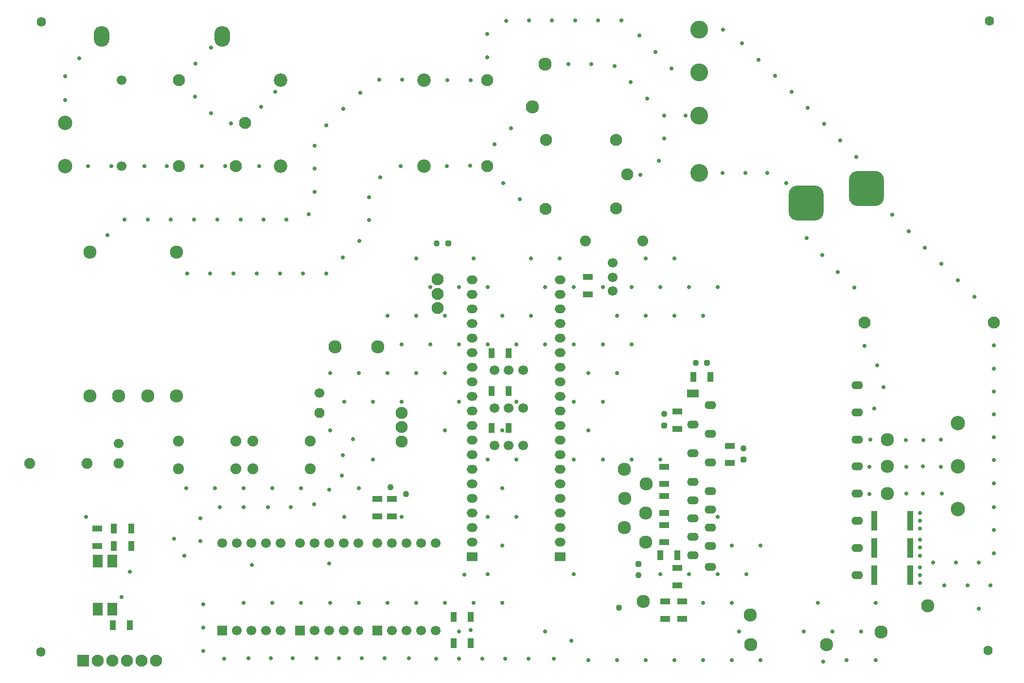
<source format=gbs>
G04*
G04 #@! TF.GenerationSoftware,Altium Limited,Altium Designer,21.2.0 (30)*
G04*
G04 Layer_Color=16711935*
%FSAX44Y44*%
%MOMM*%
G71*
G04*
G04 #@! TF.SameCoordinates,F656A266-89EA-4B56-B237-F6EBBDAECB67*
G04*
G04*
G04 #@! TF.FilePolarity,Negative*
G04*
G01*
G75*
%ADD18R,1.7000X1.1000*%
%ADD19R,1.1000X1.7000*%
%ADD21R,1.7000X2.3000*%
%ADD22C,2.1000*%
%ADD23O,2.0000X1.4000*%
%ADD24R,2.0000X1.4000*%
%ADD25C,1.7000*%
%ADD26C,3.1000*%
%ADD27C,1.9000*%
%ADD28C,1.1000*%
%ADD29P,1.1906X8X202.5*%
%ADD30O,1.8780X1.5000*%
%ADD31R,1.8780X1.5000*%
%ADD32C,2.3000*%
%ADD33P,1.1906X8X292.5*%
G04:AMPARAMS|DCode=34|XSize=6.1mm|YSize=6.1mm|CornerRadius=1.55mm|HoleSize=0mm|Usage=FLASHONLY|Rotation=0.000|XOffset=0mm|YOffset=0mm|HoleType=Round|Shape=RoundedRectangle|*
%AMROUNDEDRECTD34*
21,1,6.1000,3.0000,0,0,0.0*
21,1,3.0000,6.1000,0,0,0.0*
1,1,3.1000,1.5000,-1.5000*
1,1,3.1000,-1.5000,-1.5000*
1,1,3.1000,-1.5000,1.5000*
1,1,3.1000,1.5000,1.5000*
%
%ADD34ROUNDEDRECTD34*%
%ADD35C,2.3500*%
%ADD36R,1.7000X1.7000*%
%ADD37R,2.1000X2.1000*%
%ADD38P,1.8401X8X112.5*%
%ADD39C,2.5000*%
%ADD40O,2.7000X3.6000*%
%ADD41O,1.6000X1.7000*%
%ADD42C,0.7000*%
%ADD73R,1.1000X3.4000*%
D18*
X01155250Y01680750D02*
D03*
Y01710750D02*
D03*
X00999500Y02217750D02*
D03*
Y02187750D02*
D03*
X00632700Y01800750D02*
D03*
Y01830750D02*
D03*
X00145000Y01779000D02*
D03*
Y01749000D02*
D03*
X01246750Y01893500D02*
D03*
Y01923500D02*
D03*
X01155250Y01953250D02*
D03*
Y01983250D02*
D03*
X01132500Y01887200D02*
D03*
Y01857200D02*
D03*
Y01836400D02*
D03*
Y01806400D02*
D03*
Y01785600D02*
D03*
Y01755600D02*
D03*
X01163000Y01652250D02*
D03*
Y01622250D02*
D03*
X01134000Y01652250D02*
D03*
Y01622250D02*
D03*
X00658100Y01830750D02*
D03*
Y01800750D02*
D03*
D19*
X01182500Y02043500D02*
D03*
X01212500D02*
D03*
X01125250Y01732750D02*
D03*
X01155250D02*
D03*
X00765500Y01579750D02*
D03*
X00795500D02*
D03*
X00765500Y01625499D02*
D03*
X00795500D02*
D03*
X00861500Y01954250D02*
D03*
X00831500D02*
D03*
X00861500Y02019250D02*
D03*
X00831500D02*
D03*
Y02085250D02*
D03*
X00861500D02*
D03*
X00204000Y01749000D02*
D03*
X00174000D02*
D03*
X00202000Y01611000D02*
D03*
X00172000D02*
D03*
X00204000Y01779000D02*
D03*
X00174000D02*
D03*
D21*
X00145300Y01723000D02*
D03*
X00170700D02*
D03*
X00145300Y01639000D02*
D03*
X00170700D02*
D03*
D22*
X00925750Y02336500D02*
D03*
X00926750Y02457000D02*
D03*
X01048000Y02337000D02*
D03*
X01068000Y02397000D02*
D03*
X01048250Y02457000D02*
D03*
X00737500Y02213750D02*
D03*
Y02163750D02*
D03*
Y02188750D02*
D03*
X01706000Y02138000D02*
D03*
X01481000D02*
D03*
X00287250Y02411000D02*
D03*
Y02561000D02*
D03*
X00402000Y02486000D02*
D03*
X00386000Y02411000D02*
D03*
X00675000Y01981000D02*
D03*
Y01956000D02*
D03*
Y01931000D02*
D03*
X00146000Y01549000D02*
D03*
X00247600D02*
D03*
X00171400D02*
D03*
X00196800D02*
D03*
X00222200D02*
D03*
X00824000Y02561000D02*
D03*
Y02411000D02*
D03*
D23*
X01182250Y01960750D02*
D03*
X01212250Y01894750D02*
D03*
X01182250Y01910750D02*
D03*
Y01732750D02*
D03*
Y01860750D02*
D03*
Y01828750D02*
D03*
Y01796750D02*
D03*
Y01764750D02*
D03*
X01468250Y01887400D02*
D03*
Y01840100D02*
D03*
Y01934700D02*
D03*
Y01982000D02*
D03*
Y02029300D02*
D03*
Y01792800D02*
D03*
Y01745500D02*
D03*
Y01698200D02*
D03*
X01212250Y01944750D02*
D03*
Y01712750D02*
D03*
Y01748750D02*
D03*
Y01780750D02*
D03*
Y01812750D02*
D03*
Y01844750D02*
D03*
Y01994750D02*
D03*
D24*
X01182250Y02014750D02*
D03*
D25*
X00886250Y02055250D02*
D03*
X00837000D02*
D03*
X00861500D02*
D03*
X01042750Y02217500D02*
D03*
Y02193000D02*
D03*
Y02242250D02*
D03*
X00886250Y01924000D02*
D03*
X00837000D02*
D03*
X00861500D02*
D03*
X00886250Y01989250D02*
D03*
X00837000D02*
D03*
X00861500D02*
D03*
X00187250Y02411000D02*
D03*
Y02561000D02*
D03*
X00734300Y01753900D02*
D03*
X00708900D02*
D03*
X00683500D02*
D03*
X00658100D02*
D03*
X00632700D02*
D03*
X00734300Y01601500D02*
D03*
X00708900D02*
D03*
X00683500D02*
D03*
X00658100D02*
D03*
X00523100D02*
D03*
X00548500D02*
D03*
X00573900D02*
D03*
X00599300D02*
D03*
X00497700Y01753900D02*
D03*
X00523100D02*
D03*
X00548500D02*
D03*
X00573900D02*
D03*
X00599300D02*
D03*
X00388100Y01601500D02*
D03*
X00413500D02*
D03*
X00438900D02*
D03*
X00464300D02*
D03*
X00362700Y01753900D02*
D03*
X00388100D02*
D03*
X00413500D02*
D03*
X00438900D02*
D03*
X00464300D02*
D03*
X00182500Y01927500D02*
D03*
X00532000Y02016000D02*
D03*
D26*
X01193250Y02574000D02*
D03*
Y02399000D02*
D03*
Y02649000D02*
D03*
Y02499000D02*
D03*
D27*
X00386250Y01932000D02*
D03*
X00286250D02*
D03*
X00416000Y01932004D02*
D03*
X00516000D02*
D03*
X00386250Y01883250D02*
D03*
X00286250D02*
D03*
X00416000Y01883246D02*
D03*
X00516000D02*
D03*
X01094750Y02280250D02*
D03*
X00994750D02*
D03*
X00127500Y01892500D02*
D03*
X00027500D02*
D03*
D28*
X00736000Y02276500D02*
D03*
X01087500Y01697750D02*
D03*
X01186750Y02067750D02*
D03*
X01132250Y01979000D02*
D03*
X01269750Y01919250D02*
D03*
X00682748Y01839752D02*
D03*
X00655750Y01851000D02*
D03*
X01053500Y01641500D02*
D03*
D29*
X00756000Y02276500D02*
D03*
X01206750Y02067750D02*
D03*
D30*
X00798000Y01958950D02*
D03*
Y01933550D02*
D03*
Y01908150D02*
D03*
Y01882750D02*
D03*
Y01857350D02*
D03*
Y01831950D02*
D03*
Y01806550D02*
D03*
Y01781150D02*
D03*
Y01755750D02*
D03*
Y01984350D02*
D03*
Y02009750D02*
D03*
Y02035150D02*
D03*
Y02060550D02*
D03*
Y02085950D02*
D03*
Y02111350D02*
D03*
Y02136750D02*
D03*
Y02162150D02*
D03*
Y02187550D02*
D03*
Y02212950D02*
D03*
X00950500Y02212800D02*
D03*
Y02187400D02*
D03*
Y02162000D02*
D03*
Y02136600D02*
D03*
Y02111200D02*
D03*
Y02085800D02*
D03*
Y02060400D02*
D03*
Y02035000D02*
D03*
Y02009600D02*
D03*
Y01984200D02*
D03*
Y01755600D02*
D03*
Y01781000D02*
D03*
Y01806400D02*
D03*
Y01831800D02*
D03*
Y01857200D02*
D03*
Y01882600D02*
D03*
Y01908000D02*
D03*
Y01933400D02*
D03*
Y01958800D02*
D03*
D31*
X00798000Y01730350D02*
D03*
X00950500Y01730200D02*
D03*
D32*
X01414750Y01576750D02*
D03*
X01282500D02*
D03*
X01282250Y01628750D02*
D03*
X01100000Y01755600D02*
D03*
X01101000Y01857200D02*
D03*
X00182500Y02010750D02*
D03*
X00132500D02*
D03*
X00232500D02*
D03*
X00282500D02*
D03*
X00132500Y02260750D02*
D03*
X00282500D02*
D03*
X00902250Y02514500D02*
D03*
X00924250Y02588500D02*
D03*
X00633750Y02095750D02*
D03*
X01063500Y01831675D02*
D03*
X01062750Y01781000D02*
D03*
X01062250Y01882600D02*
D03*
X01100000Y01806400D02*
D03*
X00558500Y02096250D02*
D03*
X01521000Y01887400D02*
D03*
Y01840100D02*
D03*
Y01934575D02*
D03*
X01095500Y01652250D02*
D03*
X01509500Y01598750D02*
D03*
X01591000Y01644750D02*
D03*
D33*
X01087500Y01717750D02*
D03*
X01132250Y01959000D02*
D03*
X01269750Y01899250D02*
D03*
D34*
X01379250Y02346750D02*
D03*
X01484250Y02371750D02*
D03*
D35*
X00463750Y02561000D02*
D03*
X00713750Y02411000D02*
D03*
Y02561000D02*
D03*
X00463750Y02411000D02*
D03*
D36*
X00632700Y01601500D02*
D03*
X00497700D02*
D03*
X00362700D02*
D03*
D37*
X00120600Y01549000D02*
D03*
D38*
X00182500Y01892500D02*
D03*
X00532000Y01981000D02*
D03*
D39*
X01643500Y01813000D02*
D03*
Y01888000D02*
D03*
Y01963000D02*
D03*
X00088750Y02411000D02*
D03*
Y02486000D02*
D03*
D40*
X00362500Y02637000D02*
D03*
X00152500D02*
D03*
D41*
X01696250Y01566750D02*
D03*
X00046250Y01564750D02*
D03*
X01698250Y02663750D02*
D03*
X00047250Y02662750D02*
D03*
D42*
X01500000Y01650000D02*
D03*
Y01550000D02*
D03*
X01475000Y01600000D02*
D03*
X01450000Y01550000D02*
D03*
X01400000Y01650000D02*
D03*
X01425000Y01600000D02*
D03*
X01375000D02*
D03*
X01300000Y01750000D02*
D03*
Y01550000D02*
D03*
X01250000Y01750000D02*
D03*
X01275000Y01700000D02*
D03*
X01250000Y01650000D02*
D03*
Y01550000D02*
D03*
X01225000Y02200000D02*
D03*
X01200000Y02150000D02*
D03*
X01225000Y01800000D02*
D03*
Y01700000D02*
D03*
X01200000Y01650000D02*
D03*
Y01550000D02*
D03*
X01150000Y02250000D02*
D03*
X01175000Y02200000D02*
D03*
X01150000Y02150000D02*
D03*
X01175000Y01700000D02*
D03*
X01150000Y01550000D02*
D03*
X01100000Y02250000D02*
D03*
X01125000Y02200000D02*
D03*
X01100000Y02150000D02*
D03*
X01125000Y01900000D02*
D03*
Y01700000D02*
D03*
X01100000Y01550000D02*
D03*
X01075000Y02200000D02*
D03*
X01050000Y02150000D02*
D03*
X01075000Y02100000D02*
D03*
X01050000Y02050000D02*
D03*
X01075000Y01900000D02*
D03*
X01050000Y01550000D02*
D03*
X01025000Y02200000D02*
D03*
Y02100000D02*
D03*
X01000000Y02050000D02*
D03*
X01025000Y02000000D02*
D03*
X01000000Y01950000D02*
D03*
X01025000Y01900000D02*
D03*
X01000000Y01550000D02*
D03*
X00950000Y02250000D02*
D03*
X00975000Y02200000D02*
D03*
Y02100000D02*
D03*
Y02000000D02*
D03*
Y01900000D02*
D03*
Y01700000D02*
D03*
X00900000Y02250000D02*
D03*
X00925000Y02200000D02*
D03*
X00900000Y02150000D02*
D03*
X00925000Y02100000D02*
D03*
Y01600000D02*
D03*
X00850000Y02150000D02*
D03*
X00875000Y02100000D02*
D03*
Y02000000D02*
D03*
X00850000Y01950000D02*
D03*
X00875000Y01900000D02*
D03*
X00850000Y01850000D02*
D03*
X00875000Y01800000D02*
D03*
X00850000Y01750000D02*
D03*
Y01650000D02*
D03*
X00800000Y02250000D02*
D03*
X00825000Y02200000D02*
D03*
Y02100000D02*
D03*
Y01900000D02*
D03*
Y01800000D02*
D03*
Y01700000D02*
D03*
X00800000Y01650000D02*
D03*
X00775000Y02200000D02*
D03*
X00750000Y02150000D02*
D03*
X00775000Y02100000D02*
D03*
X00750000Y02050000D02*
D03*
X00775000Y02000000D02*
D03*
X00750000Y01950000D02*
D03*
Y01650000D02*
D03*
X00775000Y01600000D02*
D03*
X00700000Y02250000D02*
D03*
X00725000Y02200000D02*
D03*
X00700000Y02150000D02*
D03*
X00725000Y02100000D02*
D03*
X00700000Y02050000D02*
D03*
Y01650000D02*
D03*
X00650000Y02150000D02*
D03*
X00675000Y02100000D02*
D03*
X00650000Y02050000D02*
D03*
X00675000Y02000000D02*
D03*
Y01800000D02*
D03*
X00650000Y01650000D02*
D03*
X00600000Y02050000D02*
D03*
X00625000Y02000000D02*
D03*
Y01900000D02*
D03*
X00600000Y01850000D02*
D03*
Y01650000D02*
D03*
X00550000Y02050000D02*
D03*
X00575000Y02000000D02*
D03*
X00550000Y01950000D02*
D03*
X00575000Y01800000D02*
D03*
X00550000Y01650000D02*
D03*
X00500000Y01850000D02*
D03*
Y01650000D02*
D03*
X00450000Y01850000D02*
D03*
Y01650000D02*
D03*
X00400000Y01850000D02*
D03*
Y01650000D02*
D03*
X00350000Y01850000D02*
D03*
X00300000D02*
D03*
X00125000Y01800000D02*
D03*
X00329770Y01607000D02*
D03*
X00366250Y01552500D02*
D03*
X00408000Y01553000D02*
D03*
X00447250D02*
D03*
X00485500D02*
D03*
X00527000Y01553500D02*
D03*
X00566000D02*
D03*
X00605750Y01553000D02*
D03*
X00645250D02*
D03*
X00687500D02*
D03*
X00734750Y01552750D02*
D03*
X00775000D02*
D03*
X00815500Y01552500D02*
D03*
X00855500Y01552250D02*
D03*
X00895750D02*
D03*
X00939750Y01552750D02*
D03*
X01577340Y01684592D02*
D03*
Y01698498D02*
D03*
Y01711896D02*
D03*
Y01759648D02*
D03*
Y01746250D02*
D03*
Y01732344D02*
D03*
Y01779334D02*
D03*
Y01793240D02*
D03*
Y01806638D02*
D03*
X01680000Y01720000D02*
D03*
X01700000Y01680000D02*
D03*
X01680000Y01640000D02*
D03*
X01640000Y01720000D02*
D03*
X01660000Y01680000D02*
D03*
X01600000Y01720000D02*
D03*
X01620000Y01680000D02*
D03*
X00296250Y01731750D02*
D03*
X00329770Y01647641D02*
D03*
Y01566250D02*
D03*
X01497750Y01988750D02*
D03*
X01514250Y02025500D02*
D03*
X01503250Y02064250D02*
D03*
X01481250Y02097500D02*
D03*
X01615318Y01840100D02*
D03*
X01582250Y01840000D02*
D03*
X01554000D02*
D03*
X01489250Y01839500D02*
D03*
X01613750Y01886750D02*
D03*
X01582250Y01887700D02*
D03*
X01553750Y01887250D02*
D03*
X01489750Y01886750D02*
D03*
X01613993Y01934575D02*
D03*
X01583250Y01933500D02*
D03*
X01553250Y01933750D02*
D03*
X01491250Y01934750D02*
D03*
X01706000Y01736250D02*
D03*
X01706250Y01776500D02*
D03*
X01706000Y01816750D02*
D03*
Y01857750D02*
D03*
Y01898500D02*
D03*
Y01938500D02*
D03*
Y01978250D02*
D03*
Y02018000D02*
D03*
Y02098250D02*
D03*
Y02057750D02*
D03*
X01672500Y02183250D02*
D03*
X01643750Y02212000D02*
D03*
X01614750Y02240750D02*
D03*
X01233750Y02399000D02*
D03*
X01462750Y02199250D02*
D03*
X01434250Y02226750D02*
D03*
X01311750Y02398750D02*
D03*
X01344750Y02381500D02*
D03*
X01585750Y02269000D02*
D03*
X01557750Y02297250D02*
D03*
X01529250Y02326250D02*
D03*
X01407000Y02256000D02*
D03*
X01380500Y02285500D02*
D03*
X01273250Y02398750D02*
D03*
X01466750Y02426750D02*
D03*
X01438750Y02456000D02*
D03*
X01410500Y02484500D02*
D03*
X01382000Y02512500D02*
D03*
X01353500Y02540750D02*
D03*
X01324750Y02568250D02*
D03*
X01296250Y02596750D02*
D03*
X01267250Y02625500D02*
D03*
X01234250Y02649000D02*
D03*
X01122500Y02420000D02*
D03*
X01090250Y02395500D02*
D03*
X01132000Y02459000D02*
D03*
X01169750Y02499000D02*
D03*
X01132000Y02499000D02*
D03*
X01102250Y02528750D02*
D03*
X01073750Y02557250D02*
D03*
X01045750Y02585500D02*
D03*
X01005500Y02588500D02*
D03*
X00965000D02*
D03*
X01145000Y02581500D02*
D03*
X01116500Y02610250D02*
D03*
X01088500Y02639000D02*
D03*
X01057500Y02664750D02*
D03*
X01017000D02*
D03*
X00977000D02*
D03*
X00936500D02*
D03*
X00856750Y02664250D02*
D03*
X00896500Y02664750D02*
D03*
X00824000Y02641000D02*
D03*
Y02600750D02*
D03*
X00454750Y02540750D02*
D03*
X00430500Y02514250D02*
D03*
X00377750Y02485250D02*
D03*
X00343000Y02503500D02*
D03*
X00315250Y02532250D02*
D03*
X00315750Y02589250D02*
D03*
X00342750Y02617250D02*
D03*
X00113250Y02599000D02*
D03*
X00088750Y02567250D02*
D03*
Y02526500D02*
D03*
X00427000Y02411000D02*
D03*
X00367250D02*
D03*
X00327000D02*
D03*
X00227000D02*
D03*
X00266250D02*
D03*
X00169000D02*
D03*
X00129000D02*
D03*
X00795000Y02560750D02*
D03*
X00754500D02*
D03*
X00676000Y02562000D02*
D03*
X00635750D02*
D03*
X00602500Y02539000D02*
D03*
X00573500Y02510500D02*
D03*
X00543250Y02481750D02*
D03*
X00523000Y02446750D02*
D03*
Y02406750D02*
D03*
Y02366000D02*
D03*
X00513367Y02326863D02*
D03*
X00474250Y02317750D02*
D03*
X00232500D02*
D03*
X00272755D02*
D03*
X00313255D02*
D03*
X00353792D02*
D03*
X00394755D02*
D03*
X00434255D02*
D03*
X00192250D02*
D03*
X00162750Y02290750D02*
D03*
X00881000Y02353500D02*
D03*
X00852000Y02381750D02*
D03*
X00865750Y02477250D02*
D03*
X00836750Y02449500D02*
D03*
X00794250Y02411500D02*
D03*
X00753250Y02411000D02*
D03*
X00673000D02*
D03*
X00637510Y02391260D02*
D03*
X00618250Y02357000D02*
D03*
Y02316750D02*
D03*
X00601000Y02280500D02*
D03*
X00572750Y02252000D02*
D03*
X00543830Y02223480D02*
D03*
X00503000D02*
D03*
X00463500D02*
D03*
X00422537D02*
D03*
X00382000D02*
D03*
X00341500D02*
D03*
X00301245D02*
D03*
X00572250Y01907250D02*
D03*
X00570500Y01871750D02*
D03*
X00548500Y01847000D02*
D03*
X00522500Y01821750D02*
D03*
X00482000Y01816500D02*
D03*
X00441750Y01816250D02*
D03*
X00399500D02*
D03*
X00358500D02*
D03*
X00324500Y01797250D02*
D03*
X00590000Y01935000D02*
D03*
X01409250Y01547500D02*
D03*
X01262750Y01600250D02*
D03*
X00548500Y01718250D02*
D03*
X00413750Y01715500D02*
D03*
X00784000Y01699000D02*
D03*
X00795500Y01602250D02*
D03*
X00187500Y01660000D02*
D03*
X00201250Y01704040D02*
D03*
X00278250Y01761750D02*
D03*
X00324500Y01757750D02*
D03*
X00970500Y01583500D02*
D03*
D73*
X01498080Y01698498D02*
D03*
X01560080D02*
D03*
X01498080Y01792732D02*
D03*
X01560080D02*
D03*
X01498080Y01745742D02*
D03*
X01560080D02*
D03*
M02*

</source>
